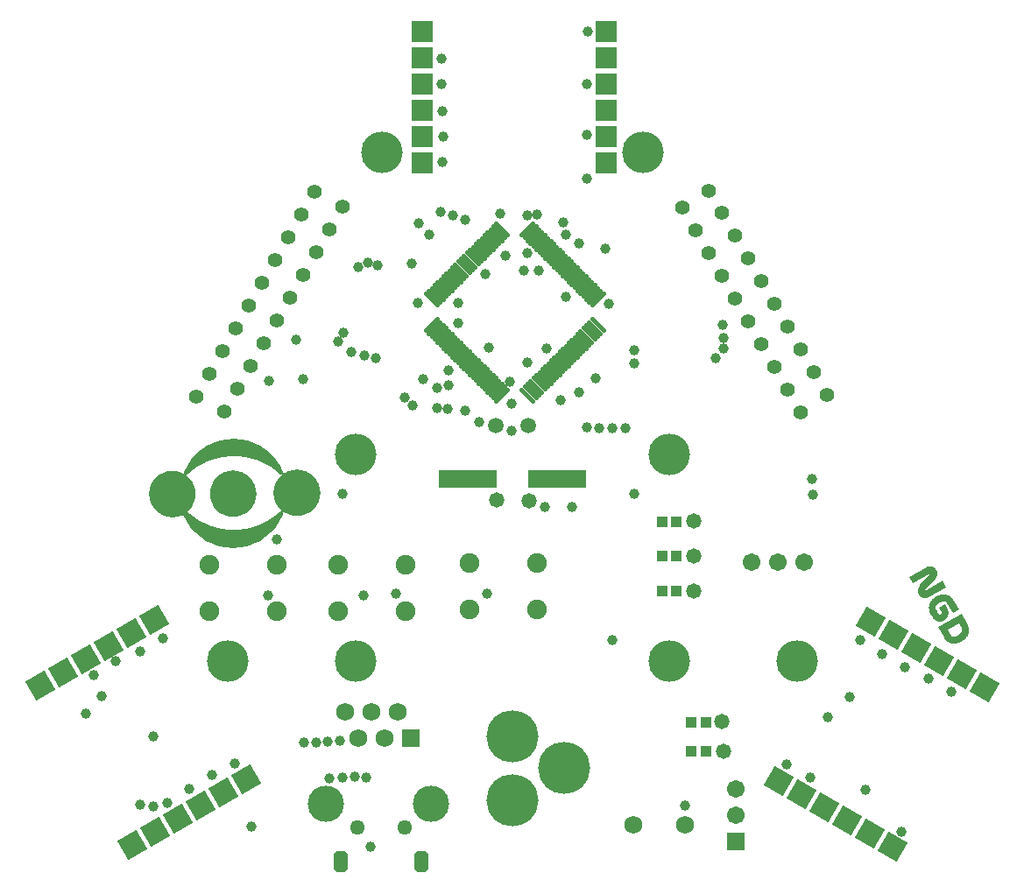
<source format=gts>
%FSLAX44Y44*%
%MOMM*%
G71*
G01*
G75*
G04 Layer_Color=8388736*
%ADD10C,0.2540*%
%ADD11R,2.0320X2.0320*%
%ADD12R,5.5000X1.5000*%
G04:AMPARAMS|DCode=13|XSize=0.24mm|YSize=1.8mm|CornerRadius=0mm|HoleSize=0mm|Usage=FLASHONLY|Rotation=315.000|XOffset=0mm|YOffset=0mm|HoleType=Round|Shape=Round|*
%AMOVALD13*
21,1,1.5600,0.2400,0.0000,0.0000,45.0*
1,1,0.2400,-0.5515,-0.5515*
1,1,0.2400,0.5515,0.5515*
%
%ADD13OVALD13*%

G04:AMPARAMS|DCode=14|XSize=0.24mm|YSize=1.8mm|CornerRadius=0mm|HoleSize=0mm|Usage=FLASHONLY|Rotation=225.000|XOffset=0mm|YOffset=0mm|HoleType=Round|Shape=Round|*
%AMOVALD14*
21,1,1.5600,0.2400,0.0000,0.0000,315.0*
1,1,0.2400,-0.5515,0.5515*
1,1,0.2400,0.5515,-0.5515*
%
%ADD14OVALD14*%

%ADD15R,0.8000X0.9000*%
%ADD16P,2.8737X4X285.0*%
%ADD17P,2.8737X4X345.0*%
%ADD18C,0.4000*%
%ADD19C,0.2000*%
%ADD20C,0.7000*%
%ADD21C,0.5000*%
%ADD22C,0.3000*%
%ADD23C,1.2000*%
G04:AMPARAMS|DCode=24|XSize=1.9mm|YSize=1.1mm|CornerRadius=0mm|HoleSize=0mm|Usage=FLASHONLY|Rotation=90.000|XOffset=0mm|YOffset=0mm|HoleType=Round|Shape=Octagon|*
%AMOCTAGOND24*
4,1,8,0.2750,0.9500,-0.2750,0.9500,-0.5500,0.6750,-0.5500,-0.6750,-0.2750,-0.9500,0.2750,-0.9500,0.5500,-0.6750,0.5500,0.6750,0.2750,0.9500,0.0*
%
%ADD24OCTAGOND24*%

%ADD25O,1.1500X1.2500*%
%ADD26C,1.3000*%
%ADD27C,1.5000*%
%ADD28C,1.7000*%
%ADD29C,4.8260*%
%ADD30C,1.5240*%
%ADD31R,1.5240X1.5240*%
%ADD32R,1.5000X1.5000*%
%ADD33C,0.8000*%
%ADD34C,1.2700*%
%ADD35C,3.8000*%
%ADD36C,3.3020*%
G04:AMPARAMS|DCode=37|XSize=0.9mm|YSize=0.8mm|CornerRadius=0mm|HoleSize=0mm|Usage=FLASHONLY|Rotation=45.000|XOffset=0mm|YOffset=0mm|HoleType=Round|Shape=Rectangle|*
%AMROTATEDRECTD37*
4,1,4,-0.0354,-0.6010,-0.6010,-0.0354,0.0354,0.6010,0.6010,0.0354,-0.0354,-0.6010,0.0*
%
%ADD37ROTATEDRECTD37*%

G04:AMPARAMS|DCode=38|XSize=0.9mm|YSize=0.8mm|CornerRadius=0mm|HoleSize=0mm|Usage=FLASHONLY|Rotation=315.000|XOffset=0mm|YOffset=0mm|HoleType=Round|Shape=Rectangle|*
%AMROTATEDRECTD38*
4,1,4,-0.6010,0.0354,-0.0354,0.6010,0.6010,-0.0354,0.0354,-0.6010,-0.6010,0.0354,0.0*
%
%ADD38ROTATEDRECTD38*%

G04:AMPARAMS|DCode=39|XSize=1.8mm|YSize=1.3mm|CornerRadius=0mm|HoleSize=0mm|Usage=FLASHONLY|Rotation=45.000|XOffset=0mm|YOffset=0mm|HoleType=Round|Shape=Rectangle|*
%AMROTATEDRECTD39*
4,1,4,-0.1768,-1.0960,-1.0960,-0.1768,0.1768,1.0960,1.0960,0.1768,-0.1768,-1.0960,0.0*
%
%ADD39ROTATEDRECTD39*%

G04:AMPARAMS|DCode=40|XSize=0.65mm|YSize=0.9mm|CornerRadius=0mm|HoleSize=0mm|Usage=FLASHONLY|Rotation=60.000|XOffset=0mm|YOffset=0mm|HoleType=Round|Shape=Rectangle|*
%AMROTATEDRECTD40*
4,1,4,0.2272,-0.5065,-0.5522,-0.0565,-0.2272,0.5065,0.5522,0.0565,0.2272,-0.5065,0.0*
%
%ADD40ROTATEDRECTD40*%

%ADD41R,1.6000X2.7000*%
%ADD42R,0.9000X0.8000*%
%ADD43R,1.1000X0.6500*%
G04:AMPARAMS|DCode=44|XSize=0.9mm|YSize=0.8mm|CornerRadius=0mm|HoleSize=0mm|Usage=FLASHONLY|Rotation=210.000|XOffset=0mm|YOffset=0mm|HoleType=Round|Shape=Rectangle|*
%AMROTATEDRECTD44*
4,1,4,0.1897,0.5714,0.5897,-0.1214,-0.1897,-0.5714,-0.5897,0.1214,0.1897,0.5714,0.0*
%
%ADD44ROTATEDRECTD44*%

G04:AMPARAMS|DCode=45|XSize=0.9mm|YSize=0.8mm|CornerRadius=0mm|HoleSize=0mm|Usage=FLASHONLY|Rotation=330.000|XOffset=0mm|YOffset=0mm|HoleType=Round|Shape=Rectangle|*
%AMROTATEDRECTD45*
4,1,4,-0.5897,-0.1214,-0.1897,0.5714,0.5897,0.1214,0.1897,-0.5714,-0.5897,-0.1214,0.0*
%
%ADD45ROTATEDRECTD45*%

%ADD46R,0.6500X0.9000*%
G04:AMPARAMS|DCode=47|XSize=0.65mm|YSize=0.9mm|CornerRadius=0mm|HoleSize=0mm|Usage=FLASHONLY|Rotation=300.000|XOffset=0mm|YOffset=0mm|HoleType=Round|Shape=Rectangle|*
%AMROTATEDRECTD47*
4,1,4,-0.5522,0.0565,0.2272,0.5065,0.5522,-0.0565,-0.2272,-0.5065,-0.5522,0.0565,0.0*
%
%ADD47ROTATEDRECTD47*%

%ADD48R,0.4000X1.5500*%
%ADD49R,2.9000X1.9000*%
G04:AMPARAMS|DCode=50|XSize=0.9mm|YSize=0.8mm|CornerRadius=0mm|HoleSize=0mm|Usage=FLASHONLY|Rotation=120.000|XOffset=0mm|YOffset=0mm|HoleType=Round|Shape=Rectangle|*
%AMROTATEDRECTD50*
4,1,4,0.5714,-0.1897,-0.1214,-0.5897,-0.5714,0.1897,0.1214,0.5897,0.5714,-0.1897,0.0*
%
%ADD50ROTATEDRECTD50*%

G04:AMPARAMS|DCode=51|XSize=0.9mm|YSize=0.8mm|CornerRadius=0mm|HoleSize=0mm|Usage=FLASHONLY|Rotation=240.000|XOffset=0mm|YOffset=0mm|HoleType=Round|Shape=Rectangle|*
%AMROTATEDRECTD51*
4,1,4,-0.1214,0.5897,0.5714,0.1897,0.1214,-0.5897,-0.5714,-0.1897,-0.1214,0.5897,0.0*
%
%ADD51ROTATEDRECTD51*%

%ADD52C,0.9000*%
%ADD53R,0.1200X0.2200*%
%ADD54C,0.2500*%
%ADD55C,0.6000*%
%ADD56C,0.2032*%
%ADD57C,0.1500*%
%ADD58C,0.1200*%
%ADD59C,0.1000*%
%ADD60C,0.1300*%
%ADD61C,0.1100*%
%ADD62R,2.1336X2.1336*%
%ADD63R,5.7032X1.7032*%
G04:AMPARAMS|DCode=64|XSize=0.4432mm|YSize=2.0032mm|CornerRadius=0mm|HoleSize=0mm|Usage=FLASHONLY|Rotation=315.000|XOffset=0mm|YOffset=0mm|HoleType=Round|Shape=Round|*
%AMOVALD64*
21,1,1.5600,0.4432,0.0000,0.0000,45.0*
1,1,0.4432,-0.5515,-0.5515*
1,1,0.4432,0.5515,0.5515*
%
%ADD64OVALD64*%

G04:AMPARAMS|DCode=65|XSize=0.4432mm|YSize=2.0032mm|CornerRadius=0mm|HoleSize=0mm|Usage=FLASHONLY|Rotation=225.000|XOffset=0mm|YOffset=0mm|HoleType=Round|Shape=Round|*
%AMOVALD65*
21,1,1.5600,0.4432,0.0000,0.0000,315.0*
1,1,0.4432,-0.5515,0.5515*
1,1,0.4432,0.5515,-0.5515*
%
%ADD65OVALD65*%

%ADD66R,1.0032X1.1032*%
%ADD67P,3.0174X4X285.0*%
%ADD68P,3.0174X4X345.0*%
%ADD69C,1.4032*%
G04:AMPARAMS|DCode=70|XSize=2.1032mm|YSize=1.3032mm|CornerRadius=0mm|HoleSize=0mm|Usage=FLASHONLY|Rotation=90.000|XOffset=0mm|YOffset=0mm|HoleType=Round|Shape=Octagon|*
%AMOCTAGOND70*
4,1,8,0.3258,1.0516,-0.3258,1.0516,-0.6516,0.7258,-0.6516,-0.7258,-0.3258,-1.0516,0.3258,-1.0516,0.6516,-0.7258,0.6516,0.7258,0.3258,1.0516,0.0*
%
%ADD70OCTAGOND70*%

%ADD71O,1.3532X1.4532*%
%ADD72C,1.5032*%
%ADD73C,1.7032*%
%ADD74C,1.9032*%
%ADD75C,5.0292*%
%ADD76C,1.7272*%
%ADD77R,1.7272X1.7272*%
%ADD78R,1.7032X1.7032*%
%ADD79C,1.0032*%
%ADD80C,1.4732*%
%ADD81C,4.0032*%
%ADD82C,3.5052*%
G36*
X404164Y303911D02*
X404600Y303859D01*
X405577Y303661D01*
X405637Y303645D01*
X405779Y303575D01*
X406041Y303473D01*
X406363Y303354D01*
X406729Y303160D01*
X407139Y302889D01*
X407549Y302618D01*
X407981Y302309D01*
X408041Y302293D01*
X408167Y302163D01*
X408397Y301941D01*
X408649Y301680D01*
X408945Y301344D01*
X409263Y300969D01*
X409602Y300556D01*
X409888Y300062D01*
X409910Y300023D01*
X409932Y299985D01*
X409998Y299871D01*
X410048Y299697D01*
X410229Y299294D01*
X410379Y298772D01*
X410556Y298113D01*
X410641Y297351D01*
X410672Y296506D01*
X410529Y295611D01*
X410551Y295573D01*
X410497Y295491D01*
X410416Y295191D01*
X410250Y294689D01*
X410029Y294105D01*
X409700Y293357D01*
X409257Y292543D01*
X408677Y291701D01*
X407961Y290831D01*
X398714Y280570D01*
X398676Y280548D01*
X398644Y280428D01*
X398574Y280286D01*
X398602Y280150D01*
X398624Y280112D01*
X398706Y280058D01*
X398864Y280048D01*
X399114Y280142D01*
X415630Y289677D01*
X419123Y283626D01*
X402493Y274025D01*
X402417Y273981D01*
X402265Y273893D01*
X401977Y273777D01*
X401612Y273618D01*
X401210Y273436D01*
X400747Y273270D01*
X400202Y273159D01*
X399696Y273069D01*
X399636Y273085D01*
X399462Y273036D01*
X399168Y273018D01*
X398813Y273016D01*
X398399Y273031D01*
X397941Y273122D01*
X397444Y273190D01*
X396964Y273319D01*
X396904Y273335D01*
X396762Y273405D01*
X396500Y273508D01*
X396178Y273626D01*
X395812Y273821D01*
X395424Y274053D01*
X395014Y274324D01*
X394582Y274633D01*
X394560Y274671D01*
X394396Y274779D01*
X394226Y274985D01*
X393974Y275246D01*
X393679Y275583D01*
X393361Y275957D01*
X393037Y276430D01*
X392713Y276903D01*
X392691Y276941D01*
X392669Y276979D01*
X392603Y277093D01*
X392554Y277267D01*
X392372Y277670D01*
X392184Y278170D01*
X392007Y278829D01*
X391868Y279510D01*
X391821Y280294D01*
X391850Y281123D01*
X391844Y281221D01*
X391924Y281521D01*
X392037Y281941D01*
X392220Y282504D01*
X392457Y283148D01*
X392846Y283880D01*
X393333Y284618D01*
X393918Y285362D01*
X403849Y296372D01*
X403887Y296394D01*
X403979Y296498D01*
X404011Y296618D01*
X403961Y296792D01*
X403940Y296830D01*
X403880Y296846D01*
X403759Y296879D01*
X403547Y296807D01*
X386993Y287249D01*
X383500Y293300D01*
X400092Y302879D01*
X400168Y302923D01*
X400320Y303011D01*
X400609Y303127D01*
X400973Y303287D01*
X401376Y303468D01*
X401838Y303634D01*
X402361Y303783D01*
X402867Y303873D01*
X402927Y303857D01*
X403101Y303907D01*
X403396Y303924D01*
X403750Y303926D01*
X404164Y303911D01*
D02*
G37*
G36*
X418610Y276429D02*
X419309Y276274D01*
X420045Y276141D01*
X420749Y275888D01*
X421453Y275635D01*
X422164Y275284D01*
X422879Y274835D01*
X423558Y274364D01*
X424203Y273773D01*
X424871Y273143D01*
X425485Y272432D01*
X426066Y271601D01*
X426653Y270671D01*
X431575Y262147D01*
X425752Y258785D01*
X420304Y268223D01*
X420282Y268261D01*
X420260Y268299D01*
X420090Y268506D01*
X419876Y268788D01*
X419558Y269163D01*
X419104Y269510D01*
X418612Y269834D01*
X418066Y270077D01*
X417390Y270194D01*
X417292Y270188D01*
X417074Y270215D01*
X416643Y270169D01*
X416099Y270058D01*
X415440Y269880D01*
X414629Y269615D01*
X413688Y269224D01*
X413171Y268976D01*
X412638Y268669D01*
X412562Y268625D01*
X412410Y268537D01*
X412166Y268345D01*
X411845Y268109D01*
X411449Y267829D01*
X411036Y267490D01*
X410645Y267112D01*
X410238Y266674D01*
X409815Y266176D01*
X409491Y265684D01*
X409210Y265116D01*
X408989Y264532D01*
X408888Y263916D01*
X408907Y263267D01*
X409063Y262646D01*
X409360Y261956D01*
X411843Y257655D01*
X411865Y257617D01*
X411887Y257579D01*
X412034Y257411D01*
X412281Y257248D01*
X412641Y257152D01*
X412679Y257174D01*
X412739Y257158D01*
X413017Y257115D01*
X413387Y257177D01*
X413752Y257337D01*
X413790Y257359D01*
X413828Y257381D01*
X414034Y257551D01*
X414273Y257841D01*
X414505Y258229D01*
X414543Y258251D01*
X414560Y258311D01*
X414624Y258551D01*
X414644Y258867D01*
X414632Y259063D01*
X414545Y259215D01*
X412018Y263592D01*
X417840Y266953D01*
X420455Y262425D01*
X420499Y262348D01*
X420587Y262196D01*
X420702Y261908D01*
X420884Y261505D01*
X421028Y261081D01*
X421177Y260558D01*
X421289Y260014D01*
X421362Y259447D01*
X421346Y259387D01*
X421380Y259153D01*
X421397Y258859D01*
X421361Y258483D01*
X421330Y258008D01*
X421283Y257474D01*
X421139Y256934D01*
X420994Y256393D01*
X420978Y256333D01*
X420892Y256131D01*
X420789Y255869D01*
X420655Y255487D01*
X420444Y255061D01*
X420195Y254613D01*
X419870Y254121D01*
X419546Y253629D01*
X419530Y253569D01*
X419361Y253421D01*
X419177Y253213D01*
X418900Y252901D01*
X418586Y252567D01*
X418211Y252250D01*
X417776Y251948D01*
X417304Y251624D01*
X417228Y251580D01*
X417037Y251471D01*
X416711Y251333D01*
X416308Y251151D01*
X415808Y250964D01*
X415269Y250754D01*
X414648Y250599D01*
X414044Y250503D01*
X413984Y250519D01*
X413750Y250486D01*
X413455Y250468D01*
X413063Y250445D01*
X412551Y250453D01*
X412038Y250462D01*
X411482Y250546D01*
X410904Y250669D01*
X410844Y250685D01*
X410663Y250734D01*
X410341Y250852D01*
X410019Y250970D01*
X409555Y251159D01*
X409107Y251408D01*
X408621Y251635D01*
X408129Y251959D01*
X408069Y251976D01*
X407943Y252106D01*
X407713Y252328D01*
X407423Y252567D01*
X407089Y252881D01*
X406772Y253256D01*
X406410Y253707D01*
X406086Y254180D01*
X404065Y257681D01*
X404043Y257719D01*
X403999Y257795D01*
X403911Y257947D01*
X403839Y258159D01*
X403707Y258388D01*
X403592Y258676D01*
X403332Y259389D01*
X403023Y260276D01*
X402784Y261305D01*
X402578Y262454D01*
X402485Y263669D01*
X402544Y264972D01*
X402601Y265664D01*
X402718Y266341D01*
X402873Y267039D01*
X403126Y267743D01*
X403417Y268470D01*
X403752Y269120D01*
X404179Y269874D01*
X404651Y270552D01*
X405220Y271235D01*
X405887Y271925D01*
X406615Y272599D01*
X407402Y273256D01*
X408309Y273882D01*
X409315Y274513D01*
X409429Y274579D01*
X409467Y274601D01*
X409543Y274645D01*
X409696Y274733D01*
X409946Y274827D01*
X410174Y274958D01*
X410500Y275096D01*
X410865Y275256D01*
X411289Y275399D01*
X412215Y275730D01*
X413298Y276051D01*
X414523Y276302D01*
X415830Y276499D01*
X417187Y276521D01*
X418610Y276429D01*
D02*
G37*
G36*
X439572Y248295D02*
X439594Y248257D01*
X439638Y248181D01*
X439726Y248029D01*
X439798Y247817D01*
X439930Y247588D01*
X440046Y247300D01*
X440327Y246549D01*
X440614Y245700D01*
X440853Y244671D01*
X441060Y243522D01*
X441152Y242307D01*
X441093Y241004D01*
X441036Y240311D01*
X440919Y239635D01*
X440726Y238915D01*
X440511Y238232D01*
X440220Y237506D01*
X439869Y236796D01*
X439458Y236102D01*
X438948Y235402D01*
X438379Y234718D01*
X437750Y234051D01*
X437023Y233377D01*
X436197Y232697D01*
X435290Y232072D01*
X434284Y231441D01*
X434208Y231397D01*
X434018Y231287D01*
X433751Y231133D01*
X433311Y230930D01*
X432832Y230704D01*
X432256Y230473D01*
X431603Y230197D01*
X430890Y229938D01*
X430139Y229656D01*
X429306Y229429D01*
X428489Y229262D01*
X427634Y229073D01*
X426752Y229020D01*
X425907Y228989D01*
X425056Y229056D01*
X424222Y229183D01*
X424162Y229199D01*
X424042Y229231D01*
X423802Y229296D01*
X423518Y229436D01*
X423136Y229571D01*
X422710Y229781D01*
X422223Y230008D01*
X421731Y230333D01*
X421157Y230712D01*
X420561Y231129D01*
X419960Y231644D01*
X419336Y232197D01*
X418766Y232832D01*
X418131Y233582D01*
X417549Y234413D01*
X416984Y235304D01*
X411513Y244780D01*
X434080Y257809D01*
X439572Y248295D01*
D02*
G37*
G36*
X-265504Y395968D02*
X-261282Y394687D01*
X-257391Y392607D01*
X-253980Y389808D01*
X-251180Y386397D01*
X-249101Y382506D01*
X-247820Y378283D01*
X-247387Y373892D01*
X-247820Y369501D01*
X-249101Y365279D01*
X-251180Y361387D01*
X-253980Y357976D01*
X-257391Y355177D01*
X-261282Y353097D01*
X-265504Y351816D01*
X-269896Y351384D01*
X-274287Y351816D01*
X-278509Y353097D01*
X-282401Y355177D01*
X-285811Y357976D01*
X-288611Y361387D01*
X-290691Y365279D01*
X-291971Y369501D01*
X-292404Y373892D01*
X-291971Y378283D01*
X-290691Y382506D01*
X-288611Y386397D01*
X-285811Y389808D01*
X-282401Y392607D01*
X-278509Y394687D01*
X-274287Y395968D01*
X-269896Y396400D01*
X-265504Y395968D01*
D02*
G37*
G36*
X-262731Y426478D02*
X-256081Y425155D01*
X-249661Y422976D01*
X-243581Y419978D01*
X-237944Y416211D01*
X-232847Y411741D01*
X-228377Y406644D01*
X-224610Y401007D01*
X-221612Y394926D01*
X-221465Y394496D01*
X-221543Y394465D01*
X-221345Y393988D01*
X-221749Y393013D01*
X-222015Y392902D01*
X-222021Y392911D01*
X-222162Y392572D01*
X-223137Y392168D01*
X-224067Y392553D01*
X-224008Y392617D01*
X-223995Y392631D01*
X-227926Y396143D01*
X-233979Y400438D01*
X-240476Y404029D01*
X-247334Y406870D01*
X-254466Y408924D01*
X-261784Y410168D01*
X-269196Y410584D01*
X-276607Y410168D01*
X-283925Y408924D01*
X-291057Y406870D01*
X-297915Y404029D01*
X-304412Y400438D01*
X-310466Y396143D01*
X-315433Y391703D01*
X-312880Y389608D01*
X-310081Y386197D01*
X-308001Y382306D01*
X-306720Y378083D01*
X-306287Y373692D01*
X-306720Y369301D01*
X-308001Y365079D01*
X-310081Y361187D01*
X-312880Y357776D01*
X-314429Y356505D01*
X-310665Y353141D01*
X-304612Y348846D01*
X-298115Y345255D01*
X-291257Y342415D01*
X-284125Y340360D01*
X-276807Y339117D01*
X-269396Y338700D01*
X-261985Y339117D01*
X-254667Y340360D01*
X-247534Y342415D01*
X-240676Y345255D01*
X-234179Y348846D01*
X-228126Y353141D01*
X-222894Y357817D01*
X-224252Y358931D01*
X-227051Y362342D01*
X-229131Y366233D01*
X-230412Y370456D01*
X-230845Y374847D01*
X-230412Y379238D01*
X-229131Y383461D01*
X-227051Y387352D01*
X-224252Y390763D01*
X-220841Y393562D01*
X-216950Y395642D01*
X-212728Y396923D01*
X-208336Y397355D01*
X-203945Y396923D01*
X-199723Y395642D01*
X-195831Y393562D01*
X-192421Y390763D01*
X-189621Y387352D01*
X-187541Y383461D01*
X-186260Y379238D01*
X-185828Y374847D01*
X-186260Y370456D01*
X-187541Y366233D01*
X-189621Y362342D01*
X-192421Y358931D01*
X-195831Y356132D01*
X-199723Y354052D01*
X-203945Y352771D01*
X-208336Y352339D01*
X-212728Y352771D01*
X-216950Y354052D01*
X-220841Y356132D01*
X-220901Y356181D01*
X-221433Y355705D01*
X-221470Y355743D01*
X-222212Y353558D01*
X-225210Y347477D01*
X-228977Y341840D01*
X-233447Y336743D01*
X-238544Y332273D01*
X-244181Y328507D01*
X-250261Y325508D01*
X-256681Y323329D01*
X-263330Y322006D01*
X-270096Y321563D01*
X-276861Y322006D01*
X-283510Y323329D01*
X-289930Y325508D01*
X-296010Y328507D01*
X-301647Y332273D01*
X-306744Y336743D01*
X-311215Y341840D01*
X-314981Y347477D01*
X-317980Y353558D01*
X-318126Y353988D01*
X-318049Y354020D01*
X-318055Y354034D01*
X-320182Y352897D01*
X-324404Y351616D01*
X-328796Y351184D01*
X-333187Y351616D01*
X-337409Y352897D01*
X-341301Y354977D01*
X-344711Y357776D01*
X-347511Y361187D01*
X-349591Y365079D01*
X-350872Y369301D01*
X-351304Y373692D01*
X-350872Y378083D01*
X-349591Y382306D01*
X-347511Y386197D01*
X-344711Y389608D01*
X-341301Y392407D01*
X-337409Y394487D01*
X-333187Y395768D01*
X-328796Y396200D01*
X-324404Y395768D01*
X-320182Y394487D01*
X-317936Y393287D01*
X-317380Y394926D01*
X-314381Y401007D01*
X-310614Y406644D01*
X-306144Y411741D01*
X-301047Y416211D01*
X-295410Y419978D01*
X-289330Y422976D01*
X-282910Y425155D01*
X-276261Y426478D01*
X-269496Y426921D01*
X-262731Y426478D01*
D02*
G37*
%LPC*%
G36*
X-222027Y392921D02*
X-222021Y392911D01*
X-222019Y392916D01*
X-222027Y392921D01*
D02*
G37*
G36*
X431619Y248625D02*
X420697Y242319D01*
X423334Y237753D01*
X423355Y237715D01*
X423377Y237677D01*
X423547Y237470D01*
X423761Y237188D01*
X424079Y236813D01*
X424495Y236444D01*
X424987Y236119D01*
X425571Y235898D01*
X426209Y235760D01*
X426307Y235766D01*
X426563Y235761D01*
X426956Y235785D01*
X427500Y235896D01*
X428159Y236074D01*
X428970Y236339D01*
X429911Y236730D01*
X430428Y236978D01*
X430961Y237285D01*
X431037Y237329D01*
X431189Y237417D01*
X431433Y237609D01*
X431776Y237807D01*
X432151Y238124D01*
X432563Y238464D01*
X432992Y238864D01*
X433399Y239302D01*
X433784Y239778D01*
X434147Y240292D01*
X434428Y240860D01*
X434648Y241444D01*
X434749Y242060D01*
X434730Y242709D01*
X434553Y243367D01*
X434255Y244058D01*
X431619Y248625D01*
D02*
G37*
G36*
X-221479Y355752D02*
X-221470Y355743D01*
X-221468Y355748D01*
X-221479Y355752D01*
D02*
G37*
%LPD*%
D10*
X-223137Y393546D02*
G03*
X-316814Y392037I-46059J-49154D01*
G01*
X-222724Y393987D02*
G03*
X-316957Y392181I-46772J-18895D01*
G01*
X-316868Y354497D02*
G03*
X-222634Y356303I46772J18895D01*
G01*
X-315455Y355738D02*
G03*
X-221777Y357247I46059J49154D01*
G01*
D62*
X90900Y820620D02*
D03*
Y795220D02*
D03*
Y769820D02*
D03*
Y744420D02*
D03*
Y719020D02*
D03*
Y693620D02*
D03*
X-86900D02*
D03*
Y719020D02*
D03*
Y744420D02*
D03*
Y769820D02*
D03*
Y795220D02*
D03*
Y820620D02*
D03*
D63*
X-43000Y388300D02*
D03*
X43000D02*
D03*
D64*
X82657Y561574D02*
D03*
X79828Y564403D02*
D03*
X77000Y567231D02*
D03*
X74171Y570060D02*
D03*
X71343Y572888D02*
D03*
X68514Y575717D02*
D03*
X65686Y578545D02*
D03*
X62858Y581373D02*
D03*
X60029Y584202D02*
D03*
X57201Y587030D02*
D03*
X54372Y589859D02*
D03*
X51544Y592687D02*
D03*
X48716Y595516D02*
D03*
X45887Y598344D02*
D03*
X43059Y601172D02*
D03*
X40230Y604001D02*
D03*
X37402Y606829D02*
D03*
X34573Y609658D02*
D03*
X31745Y612486D02*
D03*
X28916Y615314D02*
D03*
X26088Y618143D02*
D03*
X23260Y620971D02*
D03*
X20431Y623800D02*
D03*
X17603Y626628D02*
D03*
X14774Y629457D02*
D03*
X-77857Y536826D02*
D03*
X-75028Y533997D02*
D03*
X-72200Y531169D02*
D03*
X-69371Y528340D02*
D03*
X-66543Y525512D02*
D03*
X-63714Y522683D02*
D03*
X-60886Y519855D02*
D03*
X-58058Y517027D02*
D03*
X-55229Y514198D02*
D03*
X-52401Y511370D02*
D03*
X-49572Y508541D02*
D03*
X-46744Y505713D02*
D03*
X-43916Y502884D02*
D03*
X-41087Y500056D02*
D03*
X-38259Y497228D02*
D03*
X-35430Y494399D02*
D03*
X-32602Y491571D02*
D03*
X-29773Y488742D02*
D03*
X-26945Y485914D02*
D03*
X-24116Y483086D02*
D03*
X-21288Y480257D02*
D03*
X-18460Y477429D02*
D03*
X-15631Y474600D02*
D03*
X-12803Y471772D02*
D03*
X-9974Y468943D02*
D03*
D65*
Y629457D02*
D03*
X-12803Y626628D02*
D03*
X-15631Y623800D02*
D03*
X-18460Y620971D02*
D03*
X-21288Y618143D02*
D03*
X-24116Y615315D02*
D03*
X-26945Y612486D02*
D03*
X-29773Y609658D02*
D03*
X-32602Y606829D02*
D03*
X-35430Y604001D02*
D03*
X-38259Y601172D02*
D03*
X-41087Y598344D02*
D03*
X-43916Y595516D02*
D03*
X-46744Y592687D02*
D03*
X-49572Y589859D02*
D03*
X-52401Y587030D02*
D03*
X-55229Y584202D02*
D03*
X-58058Y581373D02*
D03*
X-60886Y578545D02*
D03*
X-63714Y575717D02*
D03*
X-66543Y572888D02*
D03*
X-69371Y570060D02*
D03*
X-72200Y567231D02*
D03*
X-75028Y564403D02*
D03*
X-77857Y561574D02*
D03*
X14774Y468943D02*
D03*
X17603Y471772D02*
D03*
X20431Y474600D02*
D03*
X23260Y477429D02*
D03*
X26088Y480257D02*
D03*
X28916Y483086D02*
D03*
X31745Y485914D02*
D03*
X34573Y488742D02*
D03*
X37402Y491571D02*
D03*
X40230Y494399D02*
D03*
X43059Y497228D02*
D03*
X45887Y500056D02*
D03*
X48716Y502884D02*
D03*
X51544Y505713D02*
D03*
X54372Y508541D02*
D03*
X57201Y511370D02*
D03*
X60029Y514198D02*
D03*
X62858Y517027D02*
D03*
X65686Y519855D02*
D03*
X68514Y522684D02*
D03*
X71343Y525512D02*
D03*
X74171Y528340D02*
D03*
X77000Y531169D02*
D03*
X79828Y533997D02*
D03*
X82657Y536826D02*
D03*
D66*
X144500Y347000D02*
D03*
X158500D02*
D03*
X144500Y313800D02*
D03*
X158500D02*
D03*
X144500Y280100D02*
D03*
X158500D02*
D03*
X187100Y125200D02*
D03*
X173100D02*
D03*
X186700Y152700D02*
D03*
X172700D02*
D03*
D67*
X456252Y186980D02*
D03*
X434255Y199680D02*
D03*
X412258Y212380D02*
D03*
X390261Y225080D02*
D03*
X368264Y237780D02*
D03*
X346267Y250480D02*
D03*
X257367Y96500D02*
D03*
X279364Y83800D02*
D03*
X301361Y71100D02*
D03*
X323358Y58400D02*
D03*
X345355Y45700D02*
D03*
X367352Y33000D02*
D03*
D68*
X-456652Y188080D02*
D03*
X-434655Y200780D02*
D03*
X-412658Y213480D02*
D03*
X-390661Y226180D02*
D03*
X-368664Y238880D02*
D03*
X-346667Y251580D02*
D03*
X-257767Y97600D02*
D03*
X-279764Y84900D02*
D03*
X-301761Y72200D02*
D03*
X-323758Y59500D02*
D03*
X-345755Y46800D02*
D03*
X-367752Y34100D02*
D03*
D69*
X-305861Y467894D02*
D03*
X-293161Y489891D02*
D03*
X-280461Y511889D02*
D03*
X-267761Y533885D02*
D03*
X-255061Y555883D02*
D03*
X-242361Y577880D02*
D03*
X-229661Y599877D02*
D03*
X-216961Y621874D02*
D03*
X-204261Y643871D02*
D03*
X-191561Y665868D02*
D03*
X-164274Y651730D02*
D03*
X-176974Y629733D02*
D03*
X-189674Y607736D02*
D03*
X-202374Y585739D02*
D03*
X-215074Y563742D02*
D03*
X-227774Y541745D02*
D03*
X-240474Y519748D02*
D03*
X-253174Y497751D02*
D03*
X-265874Y475754D02*
D03*
X-278574Y453757D02*
D03*
X278474Y452544D02*
D03*
X265774Y474541D02*
D03*
X253074Y496539D02*
D03*
X240374Y518535D02*
D03*
X227674Y540532D02*
D03*
X214974Y562530D02*
D03*
X202274Y584527D02*
D03*
X189574Y606524D02*
D03*
X176874Y628521D02*
D03*
X164174Y650518D02*
D03*
X190011Y667167D02*
D03*
X202711Y645170D02*
D03*
X215411Y623173D02*
D03*
X228111Y601176D02*
D03*
X240811Y579179D02*
D03*
X253511Y557182D02*
D03*
X266211Y535185D02*
D03*
X278911Y513187D02*
D03*
X291611Y491190D02*
D03*
X304311Y469193D02*
D03*
D70*
X-165900Y18000D02*
D03*
X-87900D02*
D03*
D71*
X-103900Y51000D02*
D03*
X-149900D02*
D03*
D72*
X15200Y439800D02*
D03*
X-15800D02*
D03*
D73*
X230900Y307500D02*
D03*
X256300D02*
D03*
X281700D02*
D03*
X215800Y63200D02*
D03*
Y88600D02*
D03*
D74*
X-227700Y305200D02*
D03*
X-292700Y260200D02*
D03*
X-227700D02*
D03*
X-292700Y305200D02*
D03*
X-103400D02*
D03*
X-168400Y260200D02*
D03*
X-103400D02*
D03*
X-168400Y305200D02*
D03*
X23400Y307100D02*
D03*
X-41600Y262100D02*
D03*
X23400D02*
D03*
X-41600Y307100D02*
D03*
D75*
X160Y77610D02*
D03*
Y139590D02*
D03*
X50200Y108600D02*
D03*
D76*
X-148700Y137200D02*
D03*
X-123300D02*
D03*
X-161400Y162600D02*
D03*
X-136000D02*
D03*
X-110600D02*
D03*
X116400Y53400D02*
D03*
X166400D02*
D03*
D77*
X-97900Y137200D02*
D03*
D78*
X215800Y37800D02*
D03*
D79*
X289800Y388300D02*
D03*
X290000Y372800D02*
D03*
X117600Y499900D02*
D03*
Y512900D02*
D03*
X196500Y505000D02*
D03*
X204400Y514400D02*
D03*
X203700Y524700D02*
D03*
X202800Y537000D02*
D03*
X-412000Y161572D02*
D03*
X31400Y361400D02*
D03*
X-2600Y482400D02*
D03*
X80200Y485500D02*
D03*
X117800Y373700D02*
D03*
X-500Y461100D02*
D03*
X-23000Y515300D02*
D03*
X-96772Y459700D02*
D03*
X-61979Y493307D02*
D03*
X-72900Y475900D02*
D03*
X-61700Y478400D02*
D03*
X-104500Y466600D02*
D03*
X-86200Y484900D02*
D03*
X96868Y232068D02*
D03*
X-144100Y275900D02*
D03*
X-236300D02*
D03*
X64200Y615600D02*
D03*
X-57300Y643200D02*
D03*
X-69700Y646700D02*
D03*
X24100Y644300D02*
D03*
X14774Y643426D02*
D03*
X-201500Y133000D02*
D03*
X64400Y472100D02*
D03*
X46800Y464700D02*
D03*
X-143500Y507200D02*
D03*
X-132500Y504800D02*
D03*
X-155400Y511000D02*
D03*
X-166900Y134900D02*
D03*
X-179000Y134200D02*
D03*
X-190000Y133600D02*
D03*
X-141200Y99900D02*
D03*
X-176900Y98800D02*
D03*
X-164000Y99300D02*
D03*
X-152700Y100000D02*
D03*
X-12200Y644600D02*
D03*
X326200Y177200D02*
D03*
X305200Y157600D02*
D03*
X51700Y624800D02*
D03*
X89496Y610696D02*
D03*
X-31900Y443600D02*
D03*
X-45600Y454400D02*
D03*
X-347300Y139058D02*
D03*
Y71700D02*
D03*
X-252303Y52197D02*
D03*
X-359621Y72886D02*
D03*
X109400Y436900D02*
D03*
X96300Y437200D02*
D03*
X72280Y769820D02*
D03*
X-67500Y694400D02*
D03*
X-68600Y795000D02*
D03*
X-68480Y769820D02*
D03*
X-67640Y743800D02*
D03*
X-66820Y719020D02*
D03*
X92700Y557800D02*
D03*
X-91800Y558100D02*
D03*
X14000Y501100D02*
D03*
X33200Y514100D02*
D03*
X-52755Y539300D02*
D03*
X-52400Y558745D02*
D03*
X-26100Y586200D02*
D03*
X-6845Y603700D02*
D03*
X25400Y589500D02*
D03*
X51300Y563900D02*
D03*
X72900Y820700D02*
D03*
X49000Y636100D02*
D03*
X-73000Y456800D02*
D03*
X-62600Y456000D02*
D03*
X-149100Y592700D02*
D03*
X-290501Y101898D02*
D03*
X-333665Y75060D02*
D03*
X-337554Y234196D02*
D03*
X-359621Y221617D02*
D03*
X-312651Y88803D02*
D03*
X-268027Y113112D02*
D03*
X375556Y47225D02*
D03*
X357358Y219066D02*
D03*
X402182Y195103D02*
D03*
X288238Y99346D02*
D03*
X336153Y232800D02*
D03*
X379455Y206539D02*
D03*
X424349Y182698D02*
D03*
X265096Y112197D02*
D03*
X10700Y590100D02*
D03*
X14497Y606996D02*
D03*
X-209500Y522600D02*
D03*
X-164000Y373600D02*
D03*
X-137600Y32600D02*
D03*
X57600Y361500D02*
D03*
X-45600Y638700D02*
D03*
X-500Y435100D02*
D03*
X71800Y437900D02*
D03*
X83800Y437300D02*
D03*
X-90600Y635200D02*
D03*
X-139900Y597000D02*
D03*
X71600Y720900D02*
D03*
X-113000Y277300D02*
D03*
X-24200Y277500D02*
D03*
X-228100Y330100D02*
D03*
X72200Y678600D02*
D03*
X166900Y72500D02*
D03*
X-383400Y212300D02*
D03*
X-404400Y198600D02*
D03*
X341600Y87500D02*
D03*
X-235700Y483100D02*
D03*
X-202400Y484600D02*
D03*
X-168300Y521399D02*
D03*
X-163800Y529700D02*
D03*
X-397200Y178100D02*
D03*
X-130100Y595200D02*
D03*
X-97100Y596400D02*
D03*
X-80200Y624100D02*
D03*
D80*
X16000Y366700D02*
D03*
X-15200Y368100D02*
D03*
X175400Y280000D02*
D03*
X175100Y313800D02*
D03*
X175400Y347500D02*
D03*
X202700Y153400D02*
D03*
X203700Y125200D02*
D03*
D81*
X151300Y211900D02*
D03*
Y411900D02*
D03*
X-151700Y211900D02*
D03*
Y411900D02*
D03*
X-126000Y704000D02*
D03*
X275000Y211900D02*
D03*
X-275000D02*
D03*
X126000Y704000D02*
D03*
D82*
X-78850Y73700D02*
D03*
X-180450D02*
D03*
M02*

</source>
